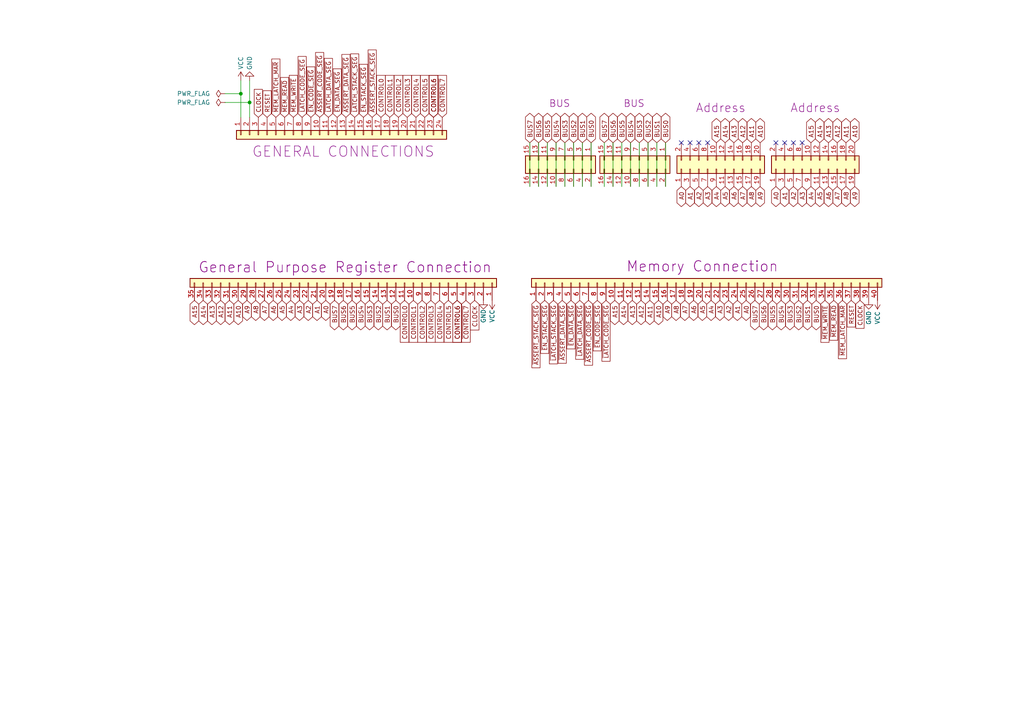
<source format=kicad_sch>
(kicad_sch (version 20211123) (generator eeschema)
  (paper "A4")
  (lib_symbols
    (symbol "Connector_Generic:Conn_01x24" (pin_names (offset 1.016) hide)
      (property "Reference" "J" (at 0 30.48 0))
      (property "Value" "Conn_01x24" (at 0 -33.02 0))
      (symbol "Conn_01x24_1_1"
        (rectangle (start -1.27 -30.353) (end 0 -30.607) (stroke (width 0.1524)))
        (rectangle (start -1.27 -27.813) (end 0 -28.067) (stroke (width 0.1524)))
        (rectangle (start -1.27 -25.273) (end 0 -25.527) (stroke (width 0.1524)))
        (rectangle (start -1.27 -22.733) (end 0 -22.987) (stroke (width 0.1524)))
        (rectangle (start -1.27 -20.193) (end 0 -20.447) (stroke (width 0.1524)))
        (rectangle (start -1.27 -17.653) (end 0 -17.907) (stroke (width 0.1524)))
        (rectangle (start -1.27 -15.113) (end 0 -15.367) (stroke (width 0.1524)))
        (rectangle (start -1.27 -12.573) (end 0 -12.827) (stroke (width 0.1524)))
        (rectangle (start -1.27 -10.033) (end 0 -10.287) (stroke (width 0.1524)))
        (rectangle (start -1.27 -7.493) (end 0 -7.747) (stroke (width 0.1524)))
        (rectangle (start -1.27 -4.953) (end 0 -5.207) (stroke (width 0.1524)))
        (rectangle (start -1.27 -2.413) (end 0 -2.667) (stroke (width 0.1524)))
        (rectangle (start -1.27 0.127) (end 0 -0.127) (stroke (width 0.1524)))
        (rectangle (start -1.27 2.667) (end 0 2.413) (stroke (width 0.1524)))
        (rectangle (start -1.27 5.207) (end 0 4.953) (stroke (width 0.1524)))
        (rectangle (start -1.27 7.747) (end 0 7.493) (stroke (width 0.1524)))
        (rectangle (start -1.27 10.287) (end 0 10.033) (stroke (width 0.1524)))
        (rectangle (start -1.27 12.827) (end 0 12.573) (stroke (width 0.1524)))
        (rectangle (start -1.27 15.367) (end 0 15.113) (stroke (width 0.1524)))
        (rectangle (start -1.27 17.907) (end 0 17.653) (stroke (width 0.1524)))
        (rectangle (start -1.27 20.447) (end 0 20.193) (stroke (width 0.1524)))
        (rectangle (start -1.27 22.987) (end 0 22.733) (stroke (width 0.1524)))
        (rectangle (start -1.27 25.527) (end 0 25.273) (stroke (width 0.1524)))
        (rectangle (start -1.27 28.067) (end 0 27.813) (stroke (width 0.1524)))
        (rectangle (start -1.27 29.21) (end 1.27 -31.75) (stroke (width 0.254)) (fill (type background)))
        (pin passive line (at -5.08 27.94 0) (length 3.81) (name "Pin_1") (number "1"))
        (pin passive line (at -5.08 5.08 0) (length 3.81) (name "Pin_10") (number "10"))
        (pin passive line (at -5.08 2.54 0) (length 3.81) (name "Pin_11") (number "11"))
        (pin passive line (at -5.08 0 0) (length 3.81) (name "Pin_12") (number "12"))
        (pin passive line (at -5.08 -2.54 0) (length 3.81) (name "Pin_13") (number "13"))
        (pin passive line (at -5.08 -5.08 0) (length 3.81) (name "Pin_14") (number "14"))
        (pin passive line (at -5.08 -7.62 0) (length 3.81) (name "Pin_15") (number "15"))
        (pin passive line (at -5.08 -10.16 0) (length 3.81) (name "Pin_16") (number "16"))
        (pin passive line (at -5.08 -12.7 0) (length 3.81) (name "Pin_17") (number "17"))
        (pin passive line (at -5.08 -15.24 0) (length 3.81) (name "Pin_18") (number "18"))
        (pin passive line (at -5.08 -17.78 0) (length 3.81) (name "Pin_19") (number "19"))
        (pin passive line (at -5.08 25.4 0) (length 3.81) (name "Pin_2") (number "2"))
        (pin passive line (at -5.08 -20.32 0) (length 3.81) (name "Pin_20") (number "20"))
        (pin passive line (at -5.08 -22.86 0) (length 3.81) (name "Pin_21") (number "21"))
        (pin passive line (at -5.08 -25.4 0) (length 3.81) (name "Pin_22") (number "22"))
        (pin passive line (at -5.08 -27.94 0) (length 3.81) (name "Pin_23") (number "23"))
        (pin passive line (at -5.08 -30.48 0) (length 3.81) (name "Pin_24") (number "24"))
        (pin passive line (at -5.08 22.86 0) (length 3.81) (name "Pin_3") (number "3"))
        (pin passive line (at -5.08 20.32 0) (length 3.81) (name "Pin_4") (number "4"))
        (pin passive line (at -5.08 17.78 0) (length 3.81) (name "Pin_5") (number "5"))
        (pin passive line (at -5.08 15.24 0) (length 3.81) (name "Pin_6") (number "6"))
        (pin passive line (at -5.08 12.7 0) (length 3.81) (name "Pin_7") (number "7"))
        (pin passive line (at -5.08 10.16 0) (length 3.81) (name "Pin_8") (number "8"))
        (pin passive line (at -5.08 7.62 0) (length 3.81) (name "Pin_9") (number "9"))
      )
    )
    (symbol "Connector_Generic:Conn_01x35" (pin_names (offset 1.016) hide)
      (property "Reference" "J" (at 0 45.72 0))
      (property "Value" "Conn_01x35" (at 0 -45.72 0))
      (symbol "Conn_01x35_1_1"
        (rectangle (start -1.27 -43.053) (end 0 -43.307) (stroke (width 0.1524)))
        (rectangle (start -1.27 -40.513) (end 0 -40.767) (stroke (width 0.1524)))
        (rectangle (start -1.27 -37.973) (end 0 -38.227) (stroke (width 0.1524)))
        (rectangle (start -1.27 -35.433) (end 0 -35.687) (stroke (width 0.1524)))
        (rectangle (start -1.27 -32.893) (end 0 -33.147) (stroke (width 0.1524)))
        (rectangle (start -1.27 -30.353) (end 0 -30.607) (stroke (width 0.1524)))
        (rectangle (start -1.27 -27.813) (end 0 -28.067) (stroke (width 0.1524)))
        (rectangle (start -1.27 -25.273) (end 0 -25.527) (stroke (width 0.1524)))
        (rectangle (start -1.27 -22.733) (end 0 -22.987) (stroke (width 0.1524)))
        (rectangle (start -1.27 -20.193) (end 0 -20.447) (stroke (width 0.1524)))
        (rectangle (start -1.27 -17.653) (end 0 -17.907) (stroke (width 0.1524)))
        (rectangle (start -1.27 -15.113) (end 0 -15.367) (stroke (width 0.1524)))
        (rectangle (start -1.27 -12.573) (end 0 -12.827) (stroke (width 0.1524)))
        (rectangle (start -1.27 -10.033) (end 0 -10.287) (stroke (width 0.1524)))
        (rectangle (start -1.27 -7.493) (end 0 -7.747) (stroke (width 0.1524)))
        (rectangle (start -1.27 -4.953) (end 0 -5.207) (stroke (width 0.1524)))
        (rectangle (start -1.27 -2.413) (end 0 -2.667) (stroke (width 0.1524)))
        (rectangle (start -1.27 0.127) (end 0 -0.127) (stroke (width 0.1524)))
        (rectangle (start -1.27 2.667) (end 0 2.413) (stroke (width 0.1524)))
        (rectangle (start -1.27 5.207) (end 0 4.953) (stroke (width 0.1524)))
        (rectangle (start -1.27 7.747) (end 0 7.493) (stroke (width 0.1524)))
        (rectangle (start -1.27 10.287) (end 0 10.033) (stroke (width 0.1524)))
        (rectangle (start -1.27 12.827) (end 0 12.573) (stroke (width 0.1524)))
        (rectangle (start -1.27 15.367) (end 0 15.113) (stroke (width 0.1524)))
        (rectangle (start -1.27 17.907) (end 0 17.653) (stroke (width 0.1524)))
        (rectangle (start -1.27 20.447) (end 0 20.193) (stroke (width 0.1524)))
        (rectangle (start -1.27 22.987) (end 0 22.733) (stroke (width 0.1524)))
        (rectangle (start -1.27 25.527) (end 0 25.273) (stroke (width 0.1524)))
        (rectangle (start -1.27 28.067) (end 0 27.813) (stroke (width 0.1524)))
        (rectangle (start -1.27 30.607) (end 0 30.353) (stroke (width 0.1524)))
        (rectangle (start -1.27 33.147) (end 0 32.893) (stroke (width 0.1524)))
        (rectangle (start -1.27 35.687) (end 0 35.433) (stroke (width 0.1524)))
        (rectangle (start -1.27 38.227) (end 0 37.973) (stroke (width 0.1524)))
        (rectangle (start -1.27 40.767) (end 0 40.513) (stroke (width 0.1524)))
        (rectangle (start -1.27 43.307) (end 0 43.053) (stroke (width 0.1524)))
        (rectangle (start -1.27 44.45) (end 1.27 -44.45) (stroke (width 0.254)) (fill (type background)))
        (pin passive line (at -5.08 43.18 0) (length 3.81) (name "Pin_1") (number "1"))
        (pin passive line (at -5.08 20.32 0) (length 3.81) (name "Pin_10") (number "10"))
        (pin passive line (at -5.08 17.78 0) (length 3.81) (name "Pin_11") (number "11"))
        (pin passive line (at -5.08 15.24 0) (length 3.81) (name "Pin_12") (number "12"))
        (pin passive line (at -5.08 12.7 0) (length 3.81) (name "Pin_13") (number "13"))
        (pin passive line (at -5.08 10.16 0) (length 3.81) (name "Pin_14") (number "14"))
        (pin passive line (at -5.08 7.62 0) (length 3.81) (name "Pin_15") (number "15"))
        (pin passive line (at -5.08 5.08 0) (length 3.81) (name "Pin_16") (number "16"))
        (pin passive line (at -5.08 2.54 0) (length 3.81) (name "Pin_17") (number "17"))
        (pin passive line (at -5.08 0 0) (length 3.81) (name "Pin_18") (number "18"))
        (pin passive line (at -5.08 -2.54 0) (length 3.81) (name "Pin_19") (number "19"))
        (pin passive line (at -5.08 40.64 0) (length 3.81) (name "Pin_2") (number "2"))
        (pin passive line (at -5.08 -5.08 0) (length 3.81) (name "Pin_20") (number "20"))
        (pin passive line (at -5.08 -7.62 0) (length 3.81) (name "Pin_21") (number "21"))
        (pin passive line (at -5.08 -10.16 0) (length 3.81) (name "Pin_22") (number "22"))
        (pin passive line (at -5.08 -12.7 0) (length 3.81) (name "Pin_23") (number "23"))
        (pin passive line (at -5.08 -15.24 0) (length 3.81) (name "Pin_24") (number "24"))
        (pin passive line (at -5.08 -17.78 0) (length 3.81) (name "Pin_25") (number "25"))
        (pin passive line (at -5.08 -20.32 0) (length 3.81) (name "Pin_26") (number "26"))
        (pin passive line (at -5.08 -22.86 0) (length 3.81) (name "Pin_27") (number "27"))
        (pin passive line (at -5.08 -25.4 0) (length 3.81) (name "Pin_28") (number "28"))
        (pin passive line (at -5.08 -27.94 0) (length 3.81) (name "Pin_29") (number "29"))
        (pin passive line (at -5.08 38.1 0) (length 3.81) (name "Pin_3") (number "3"))
        (pin passive line (at -5.08 -30.48 0) (length 3.81) (name "Pin_30") (number "30"))
        (pin passive line (at -5.08 -33.02 0) (length 3.81) (name "Pin_31") (number "31"))
        (pin passive line (at -5.08 -35.56 0) (length 3.81) (name "Pin_32") (number "32"))
        (pin passive line (at -5.08 -38.1 0) (length 3.81) (name "Pin_33") (number "33"))
        (pin passive line (at -5.08 -40.64 0) (length 3.81) (name "Pin_34") (number "34"))
        (pin passive line (at -5.08 -43.18 0) (length 3.81) (name "Pin_35") (number "35"))
        (pin passive line (at -5.08 35.56 0) (length 3.81) (name "Pin_4") (number "4"))
        (pin passive line (at -5.08 33.02 0) (length 3.81) (name "Pin_5") (number "5"))
        (pin passive line (at -5.08 30.48 0) (length 3.81) (name "Pin_6") (number "6"))
        (pin passive line (at -5.08 27.94 0) (length 3.81) (name "Pin_7") (number "7"))
        (pin passive line (at -5.08 25.4 0) (length 3.81) (name "Pin_8") (number "8"))
        (pin passive line (at -5.08 22.86 0) (length 3.81) (name "Pin_9") (number "9"))
      )
    )
    (symbol "Connector_Generic:Conn_01x40" (pin_names (offset 1.016) hide)
      (property "Reference" "J" (at 0 50.8 0))
      (property "Value" "Conn_01x40" (at 0 -53.34 0))
      (symbol "Conn_01x40_1_1"
        (rectangle (start -1.27 -50.673) (end 0 -50.927) (stroke (width 0.1524)))
        (rectangle (start -1.27 -48.133) (end 0 -48.387) (stroke (width 0.1524)))
        (rectangle (start -1.27 -45.593) (end 0 -45.847) (stroke (width 0.1524)))
        (rectangle (start -1.27 -43.053) (end 0 -43.307) (stroke (width 0.1524)))
        (rectangle (start -1.27 -40.513) (end 0 -40.767) (stroke (width 0.1524)))
        (rectangle (start -1.27 -37.973) (end 0 -38.227) (stroke (width 0.1524)))
        (rectangle (start -1.27 -35.433) (end 0 -35.687) (stroke (width 0.1524)))
        (rectangle (start -1.27 -32.893) (end 0 -33.147) (stroke (width 0.1524)))
        (rectangle (start -1.27 -30.353) (end 0 -30.607) (stroke (width 0.1524)))
        (rectangle (start -1.27 -27.813) (end 0 -28.067) (stroke (width 0.1524)))
        (rectangle (start -1.27 -25.273) (end 0 -25.527) (stroke (width 0.1524)))
        (rectangle (start -1.27 -22.733) (end 0 -22.987) (stroke (width 0.1524)))
        (rectangle (start -1.27 -20.193) (end 0 -20.447) (stroke (width 0.1524)))
        (rectangle (start -1.27 -17.653) (end 0 -17.907) (stroke (width 0.1524)))
        (rectangle (start -1.27 -15.113) (end 0 -15.367) (stroke (width 0.1524)))
        (rectangle (start -1.27 -12.573) (end 0 -12.827) (stroke (width 0.1524)))
        (rectangle (start -1.27 -10.033) (end 0 -10.287) (stroke (width 0.1524)))
        (rectangle (start -1.27 -7.493) (end 0 -7.747) (stroke (width 0.1524)))
        (rectangle (start -1.27 -4.953) (end 0 -5.207) (stroke (width 0.1524)))
        (rectangle (start -1.27 -2.413) (end 0 -2.667) (stroke (width 0.1524)))
        (rectangle (start -1.27 0.127) (end 0 -0.127) (stroke (width 0.1524)))
        (rectangle (start -1.27 2.667) (end 0 2.413) (stroke (width 0.1524)))
        (rectangle (start -1.27 5.207) (end 0 4.953) (stroke (width 0.1524)))
        (rectangle (start -1.27 7.747) (end 0 7.493) (stroke (width 0.1524)))
        (rectangle (start -1.27 10.287) (end 0 10.033) (stroke (width 0.1524)))
        (rectangle (start -1.27 12.827) (end 0 12.573) (stroke (width 0.1524)))
        (rectangle (start -1.27 15.367) (end 0 15.113) (stroke (width 0.1524)))
        (rectangle (start -1.27 17.907) (end 0 17.653) (stroke (width 0.1524)))
        (rectangle (start -1.27 20.447) (end 0 20.193) (stroke (width 0.1524)))
        (rectangle (start -1.27 22.987) (end 0 22.733) (stroke (width 0.1524)))
        (rectangle (start -1.27 25.527) (end 0 25.273) (stroke (width 0.1524)))
        (rectangle (start -1.27 28.067) (end 0 27.813) (stroke (width 0.1524)))
        (rectangle (start -1.27 30.607) (end 0 30.353) (stroke (width 0.1524)))
        (rectangle (start -1.27 33.147) (end 0 32.893) (stroke (width 0.1524)))
        (rectangle (start -1.27 35.687) (end 0 35.433) (stroke (width 0.1524)))
        (rectangle (start -1.27 38.227) (end 0 37.973) (stroke (width 0.1524)))
        (rectangle (start -1.27 40.767) (end 0 40.513) (stroke (width 0.1524)))
        (rectangle (start -1.27 43.307) (end 0 43.053) (stroke (width 0.1524)))
        (rectangle (start -1.27 45.847) (end 0 45.593) (stroke (width 0.1524)))
        (rectangle (start -1.27 48.387) (end 0 48.133) (stroke (width 0.1524)))
        (rectangle (start -1.27 49.53) (end 1.27 -52.07) (stroke (width 0.254)) (fill (type background)))
        (pin passive line (at -5.08 48.26 0) (length 3.81) (name "Pin_1") (number "1"))
        (pin passive line (at -5.08 25.4 0) (length 3.81) (name "Pin_10") (number "10"))
        (pin passive line (at -5.08 22.86 0) (length 3.81) (name "Pin_11") (number "11"))
        (pin passive line (at -5.08 20.32 0) (length 3.81) (name "Pin_12") (number "12"))
        (pin passive line (at -5.08 17.78 0) (length 3.81) (name "Pin_13") (number "13"))
        (pin passive line (at -5.08 15.24 0) (length 3.81) (name "Pin_14") (number "14"))
        (pin passive line (at -5.08 12.7 0) (length 3.81) (name "Pin_15") (number "15"))
        (pin passive line (at -5.08 10.16 0) (length 3.81) (name "Pin_16") (number "16"))
        (pin passive line (at -5.08 7.62 0) (length 3.81) (name "Pin_17") (number "17"))
        (pin passive line (at -5.08 5.08 0) (length 3.81) (name "Pin_18") (number "18"))
        (pin passive line (at -5.08 2.54 0) (length 3.81) (name "Pin_19") (number "19"))
        (pin passive line (at -5.08 45.72 0) (length 3.81) (name "Pin_2") (number "2"))
        (pin passive line (at -5.08 0 0) (length 3.81) (name "Pin_20") (number "20"))
        (pin passive line (at -5.08 -2.54 0) (length 3.81) (name "Pin_21") (number "21"))
        (pin passive line (at -5.08 -5.08 0) (length 3.81) (name "Pin_22") (number "22"))
        (pin passive line (at -5.08 -7.62 0) (length 3.81) (name "Pin_23") (number "23"))
        (pin passive line (at -5.08 -10.16 0) (length 3.81) (name "Pin_24") (number "24"))
        (pin passive line (at -5.08 -12.7 0) (length 3.81) (name "Pin_25") (number "25"))
        (pin passive line (at -5.08 -15.24 0) (length 3.81) (name "Pin_26") (number "26"))
        (pin passive line (at -5.08 -17.78 0) (length 3.81) (name "Pin_27") (number "27"))
        (pin passive line (at -5.08 -20.32 0) (length 3.81) (name "Pin_28") (number "28"))
        (pin passive line (at -5.08 -22.86 0) (length 3.81) (name "Pin_29") (number "29"))
        (pin passive line (at -5.08 43.18 0) (length 3.81) (name "Pin_3") (number "3"))
        (pin passive line (at -5.08 -25.4 0) (length 3.81) (name "Pin_30") (number "30"))
        (pin passive line (at -5.08 -27.94 0) (length 3.81) (name "Pin_31") (number "31"))
        (pin passive line (at -5.08 -30.48 0) (length 3.81) (name "Pin_32") (number "32"))
        (pin passive line (at -5.08 -33.02 0) (length 3.81) (name "Pin_33") (number "33"))
        (pin passive line (at -5.08 -35.56 0) (length 3.81) (name "Pin_34") (number "34"))
        (pin passive line (at -5.08 -38.1 0) (length 3.81) (name "Pin_35") (number "35"))
        (pin passive line (at -5.08 -40.64 0) (length 3.81) (name "Pin_36") (number "36"))
        (pin passive line (at -5.08 -43.18 0) (length 3.81) (name "Pin_37") (number "37"))
        (pin passive line (at -5.08 -45.72 0) (length 3.81) (name "Pin_38") (number "38"))
        (pin passive line (at -5.08 -48.26 0) (length 3.81) (name "Pin_39") (number "39"))
        (pin passive line (at -5.08 40.64 0) (length 3.81) (name "Pin_4") (number "4"))
        (pin passive line (at -5.08 -50.8 0) (length 3.81) (name "Pin_40") (number "40"))
        (pin passive line (at -5.08 38.1 0) (length 3.81) (name "Pin_5") (number "5"))
        (pin passive line (at -5.08 35.56 0) (length 3.81) (name "Pin_6") (number "6"))
        (pin passive line (at -5.08 33.02 0) (length 3.81) (name "Pin_7") (number "7"))
        (pin passive line (at -5.08 30.48 0) (length 3.81) (name "Pin_8") (number "8"))
        (pin passive line (at -5.08 27.94 0) (length 3.81) (name "Pin_9") (number "9"))
      )
    )
    (symbol "Connector_Generic:Conn_02x08_Odd_Even" (pin_names (offset 1.016) hide)
      (property "Reference" "J" (at 1.27 10.16 0))
      (property "Value" "Conn_02x08_Odd_Even" (at 1.27 -12.7 0))
      (symbol "Conn_02x08_Odd_Even_1_1"
        (rectangle (start -1.27 -10.033) (end 0 -10.287) (stroke (width 0.1524)))
        (rectangle (start -1.27 -7.493) (end 0 -7.747) (stroke (width 0.1524)))
        (rectangle (start -1.27 -4.953) (end 0 -5.207) (stroke (width 0.1524)))
        (rectangle (start -1.27 -2.413) (end 0 -2.667) (stroke (width 0.1524)))
        (rectangle (start -1.27 0.127) (end 0 -0.127) (stroke (width 0.1524)))
        (rectangle (start -1.27 2.667) (end 0 2.413) (stroke (width 0.1524)))
        (rectangle (start -1.27 5.207) (end 0 4.953) (stroke (width 0.1524)))
        (rectangle (start -1.27 7.747) (end 0 7.493) (stroke (width 0.1524)))
        (rectangle (start -1.27 8.89) (end 3.81 -11.43) (stroke (width 0.254)) (fill (type background)))
        (rectangle (start 3.81 -10.033) (end 2.54 -10.287) (stroke (width 0.1524)))
        (rectangle (start 3.81 -7.493) (end 2.54 -7.747) (stroke (width 0.1524)))
        (rectangle (start 3.81 -4.953) (end 2.54 -5.207) (stroke (width 0.1524)))
        (rectangle (start 3.81 -2.413) (end 2.54 -2.667) (stroke (width 0.1524)))
        (rectangle (start 3.81 0.127) (end 2.54 -0.127) (stroke (width 0.1524)))
        (rectangle (start 3.81 2.667) (end 2.54 2.413) (stroke (width 0.1524)))
        (rectangle (start 3.81 5.207) (end 2.54 4.953) (stroke (width 0.1524)))
        (rectangle (start 3.81 7.747) (end 2.54 7.493) (stroke (width 0.1524)))
        (pin passive line (at -5.08 7.62 0) (length 3.81) (name "Pin_1") (number "1"))
        (pin passive line (at 7.62 -2.54 180) (length 3.81) (name "Pin_10") (number "10"))
        (pin passive line (at -5.08 -5.08 0) (length 3.81) (name "Pin_11") (number "11"))
        (pin passive line (at 7.62 -5.08 180) (length 3.81) (name "Pin_12") (number "12"))
        (pin passive line (at -5.08 -7.62 0) (length 3.81) (name "Pin_13") (number "13"))
        (pin passive line (at 7.62 -7.62 180) (length 3.81) (name "Pin_14") (number "14"))
        (pin passive line (at -5.08 -10.16 0) (length 3.81) (name "Pin_15") (number "15"))
        (pin passive line (at 7.62 -10.16 180) (length 3.81) (name "Pin_16") (number "16"))
        (pin passive line (at 7.62 7.62 180) (length 3.81) (name "Pin_2") (number "2"))
        (pin passive line (at -5.08 5.08 0) (length 3.81) (name "Pin_3") (number "3"))
        (pin passive line (at 7.62 5.08 180) (length 3.81) (name "Pin_4") (number "4"))
        (pin passive line (at -5.08 2.54 0) (length 3.81) (name "Pin_5") (number "5"))
        (pin passive line (at 7.62 2.54 180) (length 3.81) (name "Pin_6") (number "6"))
        (pin passive line (at -5.08 0 0) (length 3.81) (name "Pin_7") (number "7"))
        (pin passive line (at 7.62 0 180) (length 3.81) (name "Pin_8") (number "8"))
        (pin passive line (at -5.08 -2.54 0) (length 3.81) (name "Pin_9") (number "9"))
      )
    )
    (symbol "Connector_Generic:Conn_02x10_Odd_Even" (pin_names (offset 1.016) hide)
      (property "Reference" "J" (at 1.27 12.7 0))
      (property "Value" "Conn_02x10_Odd_Even" (at 1.27 -15.24 0))
      (symbol "Conn_02x10_Odd_Even_1_1"
        (rectangle (start -1.27 -12.573) (end 0 -12.827) (stroke (width 0.1524)))
        (rectangle (start -1.27 -10.033) (end 0 -10.287) (stroke (width 0.1524)))
        (rectangle (start -1.27 -7.493) (end 0 -7.747) (stroke (width 0.1524)))
        (rectangle (start -1.27 -4.953) (end 0 -5.207) (stroke (width 0.1524)))
        (rectangle (start -1.27 -2.413) (end 0 -2.667) (stroke (width 0.1524)))
        (rectangle (start -1.27 0.127) (end 0 -0.127) (stroke (width 0.1524)))
        (rectangle (start -1.27 2.667) (end 0 2.413) (stroke (width 0.1524)))
        (rectangle (start -1.27 5.207) (end 0 4.953) (stroke (width 0.1524)))
        (rectangle (start -1.27 7.747) (end 0 7.493) (stroke (width 0.1524)))
        (rectangle (start -1.27 10.287) (end 0 10.033) (stroke (width 0.1524)))
        (rectangle (start -1.27 11.43) (end 3.81 -13.97) (stroke (width 0.254)) (fill (type background)))
        (rectangle (start 3.81 -12.573) (end 2.54 -12.827) (stroke (width 0.1524)))
        (rectangle (start 3.81 -10.033) (end 2.54 -10.287) (stroke (width 0.1524)))
        (rectangle (start 3.81 -7.493) (end 2.54 -7.747) (stroke (width 0.1524)))
        (rectangle (start 3.81 -4.953) (end 2.54 -5.207) (stroke (width 0.1524)))
        (rectangle (start 3.81 -2.413) (end 2.54 -2.667) (stroke (width 0.1524)))
        (rectangle (start 3.81 0.127) (end 2.54 -0.127) (stroke (width 0.1524)))
        (rectangle (start 3.81 2.667) (end 2.54 2.413) (stroke (width 0.1524)))
        (rectangle (start 3.81 5.207) (end 2.54 4.953) (stroke (width 0.1524)))
        (rectangle (start 3.81 7.747) (end 2.54 7.493) (stroke (width 0.1524)))
        (rectangle (start 3.81 10.287) (end 2.54 10.033) (stroke (width 0.1524)))
        (pin passive line (at -5.08 10.16 0) (length 3.81) (name "Pin_1") (number "1"))
        (pin passive line (at 7.62 0 180) (length 3.81) (name "Pin_10") (number "10"))
        (pin passive line (at -5.08 -2.54 0) (length 3.81) (name "Pin_11") (number "11"))
        (pin passive line (at 7.62 -2.54 180) (length 3.81) (name "Pin_12") (number "12"))
        (pin passive line (at -5.08 -5.08 0) (length 3.81) (name "Pin_13") (number "13"))
        (pin passive line (at 7.62 -5.08 180) (length 3.81) (name "Pin_14") (number "14"))
        (pin passive line (at -5.08 -7.62 0) (length 3.81) (name "Pin_15") (number "15"))
        (pin passive line (at 7.62 -7.62 180) (length 3.81) (name "Pin_16") (number "16"))
        (pin passive line (at -5.08 -10.16 0) (length 3.81) (name "Pin_17") (number "17"))
        (pin passive line (at 7.62 -10.16 180) (length 3.81) (name "Pin_18") (number "18"))
        (pin passive line (at -5.08 -12.7 0) (length 3.81) (name "Pin_19") (number "19"))
        (pin passive line (at 7.62 10.16 180) (length 3.81) (name "Pin_2") (number "2"))
        (pin passive line (at 7.62 -12.7 180) (length 3.81) (name "Pin_20") (number "20"))
        (pin passive line (at -5.08 7.62 0) (length 3.81) (name "Pin_3") (number "3"))
        (pin passive line (at 7.62 7.62 180) (length 3.81) (name "Pin_4") (number "4"))
        (pin passive line (at -5.08 5.08 0) (length 3.81) (name "Pin_5") (number "5"))
        (pin passive line (at 7.62 5.08 180) (length 3.81) (name "Pin_6") (number "6"))
        (pin passive line (at -5.08 2.54 0) (length 3.81) (name "Pin_7") (number "7"))
        (pin passive line (at 7.62 2.54 180) (length 3.81) (name "Pin_8") (number "8"))
        (pin passive line (at -5.08 0 0) (length 3.81) (name "Pin_9") (number "9"))
      )
    )
    (symbol "power:GND" (power) (pin_names (offset 0))
      (property "Value" "GND" (at 0 -3.81 0))
      (symbol "GND_0_1"
        (polyline (pts (xy 0 0) (xy 0 -1.27) (xy 1.27 -1.27) (xy 0 -2.54) (xy -1.27 -1.27) (xy 0 -1.27)))
      )
      (symbol "GND_1_1"
        (pin power_in line (at 0 0 270) (length 0) hide (name "GND") (number "1"))
      )
    )
    (symbol "power:PWR_FLAG" (power) (pin_numbers hide) (pin_names (offset 0) hide)
      (property "Value" "PWR_FLAG" (at 0 3.81 0))
      (symbol "PWR_FLAG_0_0"
        (pin power_out line (at 0 0 90) (length 0) (name "pwr") (number "1"))
      )
      (symbol "PWR_FLAG_0_1"
        (polyline (pts (xy 0 0) (xy 0 1.27) (xy -1.016 1.905) (xy 0 2.54) (xy 1.016 1.905) (xy 0 1.27)))
      )
    )
    (symbol "power:VCC" (power) (pin_names (offset 0))
      (property "Value" "VCC" (at 0 3.81 0))
      (symbol "VCC_0_1"
        (polyline (pts (xy -0.762 1.27) (xy 0 2.54)))
        (polyline (pts (xy 0 0) (xy 0 2.54)))
        (polyline (pts (xy 0 2.54) (xy 0.762 1.27)))
      )
      (symbol "VCC_1_1"
        (pin power_in line (at 0 0 90) (length 0) hide (name "VCC") (number "1"))
      )
    )
  )
  (junction (at 72.39 29.718))
  (junction (at 69.85 27.178))
  (no_connect (at 230.124 41.402))
  (no_connect (at 205.232 41.402))
  (no_connect (at 202.692 41.402))
  (no_connect (at 200.152 41.402))
  (no_connect (at 197.612 41.402))
  (no_connect (at 232.664 41.402))
  (no_connect (at 225.044 41.402))
  (no_connect (at 227.584 41.402))
  (wire (pts (xy 72.39 23.368) (xy 72.39 29.718)))
  (wire (pts (xy 190.5 41.402) (xy 190.5 54.102)))
  (wire (pts (xy 69.85 27.178) (xy 69.85 34.036)))
  (wire (pts (xy 168.91 41.402) (xy 168.91 54.102)))
  (wire (pts (xy 163.83 41.402) (xy 163.83 54.102)))
  (wire (pts (xy 161.29 41.402) (xy 161.29 54.102)))
  (wire (pts (xy 180.34 41.402) (xy 180.34 54.102)))
  (wire (pts (xy 171.45 41.402) (xy 171.45 54.102)))
  (wire (pts (xy 187.96 41.402) (xy 187.96 54.102)))
  (wire (pts (xy 65.278 27.178) (xy 69.85 27.178)))
  (wire (pts (xy 72.39 29.718) (xy 72.39 34.036)))
  (wire (pts (xy 158.75 41.402) (xy 158.75 54.102)))
  (wire (pts (xy 153.67 41.402) (xy 153.67 54.102)))
  (wire (pts (xy 185.42 41.402) (xy 185.42 54.102)))
  (wire (pts (xy 182.88 41.402) (xy 182.88 54.102)))
  (wire (pts (xy 175.26 41.402) (xy 175.26 54.102)))
  (wire (pts (xy 69.85 23.368) (xy 69.85 27.178)))
  (wire (pts (xy 177.8 41.402) (xy 177.8 54.102)))
  (wire (pts (xy 193.04 41.402) (xy 193.04 54.102)))
  (wire (pts (xy 65.278 29.718) (xy 72.39 29.718)))
  (wire (pts (xy 156.21 41.402) (xy 156.21 54.102)))
  (wire (pts (xy 166.37 41.402) (xy 166.37 54.102)))
  (global_label "A4" (shape tri_state) (at 206.248 87.122 270) (property "Intersheet References" "${INTERSHEET_REFS}" (effects hide)))
  (global_label "A14" (shape tri_state) (at 210.312 41.402 90) (property "Intersheet References" "${INTERSHEET_REFS}" (effects hide)))
  (global_label "~{EN_CODE_SEG}" (shape input) (at 90.17 34.036 90) (effects (font (size 1.2 1.2))) (property "Intersheet References" "${INTERSHEET_REFS}" (effects hide)))
  (global_label "BUS3" (shape tri_state) (at 185.42 41.402 90) (property "Intersheet References" "${INTERSHEET_REFS}" (effects hide)))
  (global_label "~{ASSERT_STACK_SEG}" (shape input) (at 155.448 87.122 270) (effects (font (size 1.2 1.2))) (property "Intersheet References" "${INTERSHEET_REFS}" (effects hide)))
  (global_label "A15" (shape tri_state) (at 235.204 41.402 90) (property "Intersheet References" "${INTERSHEET_REFS}" (effects hide)))
  (global_label "A7" (shape tri_state) (at 215.392 54.102 270) (property "Intersheet References" "${INTERSHEET_REFS}" (effects hide)))
  (global_label "A5" (shape tri_state) (at 210.312 54.102 270) (property "Intersheet References" "${INTERSHEET_REFS}" (effects hide)))
  (global_label "~{LATCH_STACK_SEG}" (shape input) (at 102.87 34.036 90) (effects (font (size 1.2 1.2))) (property "Intersheet References" "${INTERSHEET_REFS}" (effects hide)))
  (global_label "BUS5" (shape tri_state) (at 180.34 41.402 90) (property "Intersheet References" "${INTERSHEET_REFS}" (effects hide)))
  (global_label "CONTROL2" (shape input) (at 115.57 34.036 90) (property "Intersheet References" "${INTERSHEET_REFS}" (effects hide)))
  (global_label "A5" (shape tri_state) (at 203.708 87.122 270) (property "Intersheet References" "${INTERSHEET_REFS}" (effects hide)))
  (global_label "A15" (shape tri_state) (at 178.308 87.122 270) (property "Intersheet References" "${INTERSHEET_REFS}" (effects hide)))
  (global_label "A7" (shape tri_state) (at 76.708 87.122 270) (property "Intersheet References" "${INTERSHEET_REFS}" (effects hide)))
  (global_label "~{ASSERT_STACK_SEG}" (shape input) (at 107.95 34.036 90) (effects (font (size 1.2 1.2))) (property "Intersheet References" "${INTERSHEET_REFS}" (effects hide)))
  (global_label "A6" (shape tri_state) (at 79.248 87.122 270) (property "Intersheet References" "${INTERSHEET_REFS}" (effects hide)))
  (global_label "~{LATCH_DATA_SEG}" (shape input) (at 168.148 87.122 270) (effects (font (size 1.2 1.2))) (property "Intersheet References" "${INTERSHEET_REFS}" (effects hide)))
  (global_label "~{EN_STACK_SEG}" (shape input) (at 105.41 34.036 90) (effects (font (size 1.2 1.2))) (property "Intersheet References" "${INTERSHEET_REFS}" (effects hide)))
  (global_label "CONTROL6" (shape input) (at 125.73 34.036 90) (property "Intersheet References" "${INTERSHEET_REFS}" (effects hide)))
  (global_label "A8" (shape tri_state) (at 74.168 87.122 270) (property "Intersheet References" "${INTERSHEET_REFS}" (effects hide)))
  (global_label "BUS1" (shape tri_state) (at 168.91 41.402 90) (property "Intersheet References" "${INTERSHEET_REFS}" (effects hide)))
  (global_label "~{LATCH_DATA_SEG}" (shape input) (at 95.25 34.036 90) (effects (font (size 1.2 1.2))) (property "Intersheet References" "${INTERSHEET_REFS}" (effects hide)))
  (global_label "A0" (shape tri_state) (at 216.408 87.122 270) (property "Intersheet References" "${INTERSHEET_REFS}" (effects hide)))
  (global_label "A10" (shape tri_state) (at 247.904 41.402 90) (property "Intersheet References" "${INTERSHEET_REFS}" (effects hide)))
  (global_label "CONTROL2" (shape input) (at 122.428 87.122 270) (property "Intersheet References" "${INTERSHEET_REFS}" (effects hide)))
  (global_label "CONTROL6" (shape input) (at 132.588 87.122 270) (property "Intersheet References" "${INTERSHEET_REFS}" (effects hide)))
  (global_label "A2" (shape tri_state) (at 89.408 87.122 270) (property "Intersheet References" "${INTERSHEET_REFS}" (effects hide)))
  (global_label "BUS4" (shape tri_state) (at 161.29 41.402 90) (property "Intersheet References" "${INTERSHEET_REFS}" (effects hide)))
  (global_label "A11" (shape tri_state) (at 217.932 41.402 90) (property "Intersheet References" "${INTERSHEET_REFS}" (effects hide)))
  (global_label "RESET" (shape input) (at 77.47 34.036 90) (effects (font (size 1.2 1.2))) (property "Intersheet References" "${INTERSHEET_REFS}" (effects hide)))
  (global_label "CONTROL0" (shape input) (at 110.49 34.036 90) (property "Intersheet References" "${INTERSHEET_REFS}" (effects hide)))
  (global_label "A3" (shape tri_state) (at 205.232 54.102 270) (property "Intersheet References" "${INTERSHEET_REFS}" (effects hide)))
  (global_label "BUS2" (shape tri_state) (at 166.37 41.402 90) (property "Intersheet References" "${INTERSHEET_REFS}" (effects hide)))
  (global_label "A14" (shape tri_state) (at 180.848 87.122 270) (property "Intersheet References" "${INTERSHEET_REFS}" (effects hide)))
  (global_label "~{LATCH_CODE_SEG}" (shape input) (at 175.768 87.122 270) (effects (font (size 1.2 1.2))) (property "Intersheet References" "${INTERSHEET_REFS}" (effects hide)))
  (global_label "A3" (shape tri_state) (at 86.868 87.122 270) (property "Intersheet References" "${INTERSHEET_REFS}" (effects hide)))
  (global_label "~{MEM_LATCH_MAR}" (shape input) (at 80.01 34.036 90) (effects (font (size 1.2 1.2))) (property "Intersheet References" "${INTERSHEET_REFS}" (effects hide)))
  (global_label "A0" (shape tri_state) (at 197.612 54.102 270) (property "Intersheet References" "${INTERSHEET_REFS}" (effects hide)))
  (global_label "A1" (shape tri_state) (at 91.948 87.122 270) (property "Intersheet References" "${INTERSHEET_REFS}" (effects hide)))
  (global_label "~{MEM_WRITE}" (shape input) (at 239.268 87.122 270) (effects (font (size 1.2 1.2))) (property "Intersheet References" "${INTERSHEET_REFS}" (effects hide)))
  (global_label "CLOCK" (shape input) (at 249.428 87.122 270) (effects (font (size 1.2 1.2))) (property "Intersheet References" "${INTERSHEET_REFS}" (effects hide)))
  (global_label "A13" (shape tri_state) (at 61.468 87.122 270) (property "Intersheet References" "${INTERSHEET_REFS}" (effects hide)))
  (global_label "A6" (shape tri_state) (at 212.852 54.102 270) (property "Intersheet References" "${INTERSHEET_REFS}" (effects hide)))
  (global_label "~{CONTROL7}" (shape input) (at 128.27 34.036 90) (property "Intersheet References" "${INTERSHEET_REFS}" (effects hide)))
  (global_label "A1" (shape tri_state) (at 227.584 54.102 270) (property "Intersheet References" "${INTERSHEET_REFS}" (effects hide)))
  (global_label "A2" (shape tri_state) (at 202.692 54.102 270) (property "Intersheet References" "${INTERSHEET_REFS}" (effects hide)))
  (global_label "BUS2" (shape tri_state) (at 231.648 87.122 270) (property "Intersheet References" "${INTERSHEET_REFS}" (effects hide)))
  (global_label "BUS0" (shape tri_state) (at 193.04 41.402 90) (property "Intersheet References" "${INTERSHEET_REFS}" (effects hide)))
  (global_label "CONTROL6" (shape input) (at 132.588 87.122 270) (property "Intersheet References" "${INTERSHEET_REFS}" (effects hide)))
  (global_label "CONTROL4" (shape input) (at 120.65 34.036 90) (property "Intersheet References" "${INTERSHEET_REFS}" (effects hide)))
  (global_label "BUS3" (shape tri_state) (at 229.108 87.122 270) (property "Intersheet References" "${INTERSHEET_REFS}" (effects hide)))
  (global_label "BUS7" (shape tri_state) (at 218.948 87.122 270) (property "Intersheet References" "${INTERSHEET_REFS}" (effects hide)))
  (global_label "A4" (shape tri_state) (at 207.772 54.102 270) (property "Intersheet References" "${INTERSHEET_REFS}" (effects hide)))
  (global_label "CONTROL6" (shape input) (at 125.73 34.036 90) (property "Intersheet References" "${INTERSHEET_REFS}" (effects hide)))
  (global_label "A6" (shape tri_state) (at 240.284 54.102 270) (property "Intersheet References" "${INTERSHEET_REFS}" (effects hide)))
  (global_label "~{ASSERT_DATA_SEG}" (shape input) (at 163.068 87.122 270) (effects (font (size 1.2 1.2))) (property "Intersheet References" "${INTERSHEET_REFS}" (effects hide)))
  (global_label "A10" (shape tri_state) (at 69.088 87.122 270) (property "Intersheet References" "${INTERSHEET_REFS}" (effects hide)))
  (global_label "CONTROL5" (shape input) (at 130.048 87.122 270) (property "Intersheet References" "${INTERSHEET_REFS}" (effects hide)))
  (global_label "BUS1" (shape tri_state) (at 190.5 41.402 90) (property "Intersheet References" "${INTERSHEET_REFS}" (effects hide)))
  (global_label "A9" (shape tri_state) (at 193.548 87.122 270) (property "Intersheet References" "${INTERSHEET_REFS}" (effects hide)))
  (global_label "~{EN_DATA_SEG}" (shape input) (at 97.79 34.036 90) (effects (font (size 1.2 1.2))) (property "Intersheet References" "${INTERSHEET_REFS}" (effects hide)))
  (global_label "A11" (shape tri_state) (at 188.468 87.122 270) (property "Intersheet References" "${INTERSHEET_REFS}" (effects hide)))
  (global_label "BUS5" (shape tri_state) (at 158.75 41.402 90) (property "Intersheet References" "${INTERSHEET_REFS}" (effects hide)))
  (global_label "A1" (shape tri_state) (at 200.152 54.102 270) (property "Intersheet References" "${INTERSHEET_REFS}" (effects hide)))
  (global_label "A8" (shape tri_state) (at 217.932 54.102 270) (property "Intersheet References" "${INTERSHEET_REFS}" (effects hide)))
  (global_label "A4" (shape tri_state) (at 235.204 54.102 270) (property "Intersheet References" "${INTERSHEET_REFS}" (effects hide)))
  (global_label "A13" (shape tri_state) (at 212.852 41.402 90) (property "Intersheet References" "${INTERSHEET_REFS}" (effects hide)))
  (global_label "~{MEM_READ}" (shape input) (at 241.808 87.122 270) (effects (font (size 1.2 1.2))) (property "Intersheet References" "${INTERSHEET_REFS}" (effects hide)))
  (global_label "CONTROL3" (shape input) (at 124.968 87.122 270) (property "Intersheet References" "${INTERSHEET_REFS}" (effects hide)))
  (global_label "BUS7" (shape tri_state) (at 175.26 41.402 90) (property "Intersheet References" "${INTERSHEET_REFS}" (effects hide)))
  (global_label "A1" (shape tri_state) (at 213.868 87.122 270) (property "Intersheet References" "${INTERSHEET_REFS}" (effects hide)))
  (global_label "BUS3" (shape tri_state) (at 107.188 87.122 270) (property "Intersheet References" "${INTERSHEET_REFS}" (effects hide)))
  (global_label "A12" (shape tri_state) (at 215.392 41.402 90) (property "Intersheet References" "${INTERSHEET_REFS}" (effects hide)))
  (global_label "A13" (shape tri_state) (at 240.284 41.402 90) (property "Intersheet References" "${INTERSHEET_REFS}" (effects hide)))
  (global_label "CONTROL1" (shape input) (at 119.888 87.122 270) (property "Intersheet References" "${INTERSHEET_REFS}" (effects hide)))
  (global_label "~{CONTROL7}" (shape input) (at 135.128 87.122 270) (property "Intersheet References" "${INTERSHEET_REFS}" (effects hide)))
  (global_label "A11" (shape tri_state) (at 245.364 41.402 90) (property "Intersheet References" "${INTERSHEET_REFS}" (effects hide)))
  (global_label "A12" (shape tri_state) (at 242.824 41.402 90) (property "Intersheet References" "${INTERSHEET_REFS}" (effects hide)))
  (global_label "BUS1" (shape tri_state) (at 234.188 87.122 270) (property "Intersheet References" "${INTERSHEET_REFS}" (effects hide)))
  (global_label "BUS0" (shape tri_state) (at 114.808 87.122 270) (property "Intersheet References" "${INTERSHEET_REFS}" (effects hide)))
  (global_label "~{EN_DATA_SEG}" (shape input) (at 165.608 87.122 270) (effects (font (size 1.2 1.2))) (property "Intersheet References" "${INTERSHEET_REFS}" (effects hide)))
  (global_label "A10" (shape tri_state) (at 191.008 87.122 270) (property "Intersheet References" "${INTERSHEET_REFS}" (effects hide)))
  (global_label "BUS6" (shape tri_state) (at 99.568 87.122 270) (property "Intersheet References" "${INTERSHEET_REFS}" (effects hide)))
  (global_label "A2" (shape tri_state) (at 211.328 87.122 270) (property "Intersheet References" "${INTERSHEET_REFS}" (effects hide)))
  (global_label "A6" (shape tri_state) (at 201.168 87.122 270) (property "Intersheet References" "${INTERSHEET_REFS}" (effects hide)))
  (global_label "A9" (shape tri_state) (at 220.472 54.102 270) (property "Intersheet References" "${INTERSHEET_REFS}" (effects hide)))
  (global_label "A10" (shape tri_state) (at 220.472 41.402 90) (property "Intersheet References" "${INTERSHEET_REFS}" (effects hide)))
  (global_label "A4" (shape tri_state) (at 84.328 87.122 270) (property "Intersheet References" "${INTERSHEET_REFS}" (effects hide)))
  (global_label "BUS5" (shape tri_state) (at 224.028 87.122 270) (property "Intersheet References" "${INTERSHEET_REFS}" (effects hide)))
  (global_label "BUS3" (shape tri_state) (at 163.83 41.402 90) (property "Intersheet References" "${INTERSHEET_REFS}" (effects hide)))
  (global_label "BUS7" (shape tri_state) (at 153.67 41.402 90) (property "Intersheet References" "${INTERSHEET_REFS}" (effects hide)))
  (global_label "A12" (shape tri_state) (at 185.928 87.122 270) (property "Intersheet References" "${INTERSHEET_REFS}" (effects hide)))
  (global_label "~{LATCH_CODE_SEG}" (shape input) (at 87.63 34.036 90) (effects (font (size 1.2 1.2))) (property "Intersheet References" "${INTERSHEET_REFS}" (effects hide)))
  (global_label "CONTROL3" (shape input) (at 118.11 34.036 90) (property "Intersheet References" "${INTERSHEET_REFS}" (effects hide)))
  (global_label "BUS6" (shape tri_state) (at 177.8 41.402 90) (property "Intersheet References" "${INTERSHEET_REFS}" (effects hide)))
  (global_label "A14" (shape tri_state) (at 58.928 87.122 270) (property "Intersheet References" "${INTERSHEET_REFS}" (effects hide)))
  (global_label "A0" (shape tri_state) (at 94.488 87.122 270) (property "Intersheet References" "${INTERSHEET_REFS}" (effects hide)))
  (global_label "~{MEM_READ}" (shape input) (at 82.55 34.036 90) (effects (font (size 1.2 1.2))) (property "Intersheet References" "${INTERSHEET_REFS}" (effects hide)))
  (global_label "CONTROL0" (shape input) (at 117.348 87.122 270) (property "Intersheet References" "${INTERSHEET_REFS}" (effects hide)))
  (global_label "A0" (shape tri_state) (at 225.044 54.102 270) (property "Intersheet References" "${INTERSHEET_REFS}" (effects hide)))
  (global_label "CONTROL4" (shape input) (at 127.508 87.122 270) (property "Intersheet References" "${INTERSHEET_REFS}" (effects hide)))
  (global_label "A7" (shape tri_state) (at 198.628 87.122 270) (property "Intersheet References" "${INTERSHEET_REFS}" (effects hide)))
  (global_label "A14" (shape tri_state) (at 237.744 41.402 90) (property "Intersheet References" "${INTERSHEET_REFS}" (effects hide)))
  (global_label "~{EN_STACK_SEG}" (shape input) (at 157.988 87.122 270) (effects (font (size 1.2 1.2))) (property "Intersheet References" "${INTERSHEET_REFS}" (effects hide)))
  (global_label "~{MEM_WRITE}" (shape input) (at 85.09 34.036 90) (effects (font (size 1.2 1.2))) (property "Intersheet References" "${INTERSHEET_REFS}" (effects hide)))
  (global_label "A2" (shape tri_state) (at 230.124 54.102 270) (property "Intersheet References" "${INTERSHEET_REFS}" (effects hide)))
  (global_label "BUS4" (shape tri_state) (at 226.568 87.122 270) (property "Intersheet References" "${INTERSHEET_REFS}" (effects hide)))
  (global_label "A13" (shape tri_state) (at 183.388 87.122 270) (property "Intersheet References" "${INTERSHEET_REFS}" (effects hide)))
  (global_label "BUS6" (shape tri_state) (at 156.21 41.402 90) (property "Intersheet References" "${INTERSHEET_REFS}" (effects hide)))
  (global_label "~{ASSERT_CODE_SEG}" (shape input) (at 170.688 87.122 270) (effects (font (size 1.2 1.2))) (property "Intersheet References" "${INTERSHEET_REFS}" (effects hide)))
  (global_label "BUS2" (shape tri_state) (at 187.96 41.402 90) (property "Intersheet References" "${INTERSHEET_REFS}" (effects hide)))
  (global_label "BUS6" (shape tri_state) (at 221.488 87.122 270) (property "Intersheet References" "${INTERSHEET_REFS}" (effects hide)))
  (global_label "A3" (shape tri_state) (at 232.664 54.102 270) (property "Intersheet References" "${INTERSHEET_REFS}" (effects hide)))
  (global_label "~{ASSERT_CODE_SEG}" (shape input) (at 92.71 34.036 90) (effects (font (size 1.2 1.2))) (property "Intersheet References" "${INTERSHEET_REFS}" (effects hide)))
  (global_label "A8" (shape tri_state) (at 196.088 87.122 270) (property "Intersheet References" "${INTERSHEET_REFS}" (effects hide)))
  (global_label "CLOCK" (shape input) (at 74.93 34.036 90) (effects (font (size 1.2 1.2))) (property "Intersheet References" "${INTERSHEET_REFS}" (effects hide)))
  (global_label "BUS4" (shape tri_state) (at 182.88 41.402 90) (property "Intersheet References" "${INTERSHEET_REFS}" (effects hide)))
  (global_label "BUS0" (shape tri_state) (at 171.45 41.402 90) (property "Intersheet References" "${INTERSHEET_REFS}" (effects hide)))
  (global_label "A9" (shape tri_state) (at 247.904 54.102 270) (property "Intersheet References" "${INTERSHEET_REFS}" (effects hide)))
  (global_label "BUS4" (shape tri_state) (at 104.648 87.122 270) (property "Intersheet References" "${INTERSHEET_REFS}" (effects hide)))
  (global_label "A15" (shape tri_state) (at 56.388 87.122 270) (property "Intersheet References" "${INTERSHEET_REFS}" (effects hide)))
  (global_label "~{MEM_LATCH_MAR}" (shape input) (at 244.348 87.122 270) (effects (font (size 1.2 1.2))) (property "Intersheet References" "${INTERSHEET_REFS}" (effects hide)))
  (global_label "BUS5" (shape tri_state) (at 102.108 87.122 270) (property "Intersheet References" "${INTERSHEET_REFS}" (effects hide)))
  (global_label "~{EN_CODE_SEG}" (shape input) (at 173.228 87.122 270) (effects (font (size 1.2 1.2))) (property "Intersheet References" "${INTERSHEET_REFS}" (effects hide)))
  (global_label "BUS0" (shape tri_state) (at 236.728 87.122 270) (property "Intersheet References" "${INTERSHEET_REFS}" (effects hide)))
  (global_label "~{LATCH_STACK_SEG}" (shape input) (at 160.528 87.122 270) (effects (font (size 1.2 1.2))) (property "Intersheet References" "${INTERSHEET_REFS}" (effects hide)))
  (global_label "BUS2" (shape tri_state) (at 109.728 87.122 270) (property "Intersheet References" "${INTERSHEET_REFS}" (effects hide)))
  (global_label "A3" (shape tri_state) (at 208.788 87.122 270) (property "Intersheet References" "${INTERSHEET_REFS}" (effects hide)))
  (global_label "A5" (shape tri_state) (at 81.788 87.122 270) (property "Intersheet References" "${INTERSHEET_REFS}" (effects hide)))
  (global_label "BUS1" (shape tri_state) (at 112.268 87.122 270) (property "Intersheet References" "${INTERSHEET_REFS}" (effects hide)))
  (global_label "A8" (shape tri_state) (at 245.364 54.102 270) (property "Intersheet References" "${INTERSHEET_REFS}" (effects hide)))
  (global_label "A5" (shape tri_state) (at 237.744 54.102 270) (property "Intersheet References" "${INTERSHEET_REFS}" (effects hide)))
  (global_label "CLOCK" (shape input) (at 137.668 87.122 270) (property "Intersheet References" "${INTERSHEET_REFS}" (effects hide)))
  (global_label "A9" (shape tri_state) (at 71.628 87.122 270) (property "Intersheet References" "${INTERSHEET_REFS}" (effects hide)))
  (global_label "A7" (shape tri_state) (at 242.824 54.102 270) (property "Intersheet References" "${INTERSHEET_REFS}" (effects hide)))
  (global_label "~{ASSERT_DATA_SEG}" (shape input) (at 100.33 34.036 90) (effects (font (size 1.2 1.2))) (property "Intersheet References" "${INTERSHEET_REFS}" (effects hide)))
  (global_label "CONTROL1" (shape input) (at 113.03 34.036 90) (property "Intersheet References" "${INTERSHEET_REFS}" (effects hide)))
  (global_label "BUS7" (shape tri_state) (at 97.028 87.122 270) (property "Intersheet References" "${INTERSHEET_REFS}" (effects hide)))
  (global_label "A11" (shape tri_state) (at 66.548 87.122 270) (property "Intersheet References" "${INTERSHEET_REFS}" (effects hide)))
  (global_label "A12" (shape tri_state) (at 64.008 87.122 270) (property "Intersheet References" "${INTERSHEET_REFS}" (effects hide)))
  (global_label "CONTROL5" (shape input) (at 123.19 34.036 90) (property "Intersheet References" "${INTERSHEET_REFS}" (effects hide)))
  (global_label "A15" (shape tri_state) (at 207.772 41.402 90) (property "Intersheet References" "${INTERSHEET_REFS}" (effects hide)))
  (global_label "RESET" (shape input) (at 246.888 87.122 270) (effects (font (size 1.2 1.2))) (property "Intersheet References" "${INTERSHEET_REFS}" (effects hide)))
  (symbol (lib_id "Connector_Generic:Conn_02x08_Odd_Even") (at 185.42 46.482 270) (unit 1)
    (property "Reference" "J4" (effects hide))
    (property "Value" "Conn_01x08" (effects hide))
    (property "Footprint" "Connector_PinHeader_2.54mm:PinHeader_2x08_P2.54mm_Vertical" (effects hide))
    (property "Field4" "BUS" (at 183.896 29.972 90) (effects (font (size 2 2))))
    (property "Field5" "Connection" (effects hide))
  )
  (symbol (lib_id "Connector_Generic:Conn_01x24") (at 97.79 39.116 90) (mirror x) (unit 1)
    (property "Reference" "J1" (effects hide))
    (property "Value" "Conn_01x24" (effects hide))
    (property "Footprint" "Connector_PinSocket_2.54mm:PinSocket_1x24_P2.54mm_Horizontal" (effects hide))
    (property "Field4" "GENERAL CONNECTIONS" (at 99.568 43.942 90) (effects (font (size 3 3))))
  )
  (symbol (lib_id "power:VCC") (at 254.508 87.122 0) (mirror x) (unit 1)
    (property "Reference" "#PWR06" (effects hide))
    (property "Value" "VCC" (at 254.508 92.202 90))
  )
  (symbol (lib_id "power:GND") (at 72.39 23.368 0) (mirror x) (unit 1)
    (property "Reference" "#PWR02" (effects hide))
    (property "Value" "GND" (at 72.39 18.288 90))
  )
  (symbol (lib_id "Connector_Generic:Conn_01x35") (at 99.568 82.042 270) (mirror x) (unit 1)
    (property "Reference" "J2" (effects hide))
    (property "Value" "Conn_01x35" (effects hide))
    (property "Footprint" "Connector_PinSocket_2.54mm:PinSocket_1x35_P2.54mm_Horizontal" (effects hide))
    (property "Field4" "General Purpose Register Connection" (at 100.076 77.47 90) (effects (font (size 3 3))))
  )
  (symbol (lib_id "Connector_Generic:Conn_02x10_Odd_Even") (at 235.204 49.022 90) (unit 1)
    (property "Reference" "J7" (effects hide))
    (property "Value" "Conn_02x20_Odd_Even" (effects hide))
    (property "Footprint" "Connector_IDC:IDC-Header_2x10_P2.54mm_Vertical" (effects hide))
    (property "Field4" "16x2 Character LED" (effects hide))
    (property "Field5" "Address" (at 236.474 31.242 90) (effects (font (size 2.5 2.5))))
    (property "Field6" "Connection" (effects hide))
  )
  (symbol (lib_id "Connector_Generic:Conn_02x08_Odd_Even") (at 163.83 46.482 270) (unit 1)
    (property "Reference" "J3" (effects hide))
    (property "Value" "Conn_01x08" (effects hide))
    (property "Footprint" "Connector_PinHeader_2.54mm:PinHeader_2x08_P2.54mm_Vertical" (effects hide))
    (property "Field4" "BUS" (at 162.306 29.972 90) (effects (font (size 2 2))))
    (property "Field5" "Connection" (effects hide))
  )
  (symbol (lib_id "power:GND") (at 251.968 87.122 0) (mirror y) (unit 1)
    (property "Reference" "#PWR05" (effects hide))
    (property "Value" "GND" (at 251.968 92.202 90))
  )
  (symbol (lib_id "power:PWR_FLAG") (at 65.278 27.178 90) (unit 1)
    (property "Reference" "#FLG01" (effects hide))
    (property "Value" "PWR_FLAG" (at 60.96 27.1779 90) (effects (justify left)))
  )
  (symbol (lib_id "power:PWR_FLAG") (at 65.278 29.718 90) (unit 1)
    (property "Reference" "#FLG02" (effects hide))
    (property "Value" "PWR_FLAG" (at 60.96 29.7179 90) (effects (justify left)))
  )
  (symbol (lib_id "power:VCC") (at 69.85 23.368 0) (mirror y) (unit 1)
    (property "Reference" "#PWR01" (effects hide))
    (property "Value" "VCC" (at 69.85 18.288 90))
  )
  (symbol (lib_id "power:GND") (at 140.208 87.122 0) (unit 1)
    (property "Reference" "#PWR03" (effects hide))
    (property "Value" "GND" (at 140.208 91.694 90))
  )
  (symbol (lib_id "power:VCC") (at 142.748 87.122 180) (unit 1)
    (property "Reference" "#PWR04" (effects hide))
    (property "Value" "VCC" (at 142.748 91.694 90))
  )
  (symbol (lib_id "Connector_Generic:Conn_01x40") (at 203.708 82.042 90) (unit 1)
    (property "Reference" "J5" (effects hide))
    (property "Value" "Conn_01x40" (effects hide))
    (property "Footprint" "Connector_PinSocket_2.54mm:PinSocket_1x40_P2.54mm_Horizontal" (effects hide))
    (property "Field4" "Memory Connection" (at 203.708 77.216 90) (effects (font (size 3 3))))
  )
  (symbol (lib_id "Connector_Generic:Conn_02x10_Odd_Even") (at 207.772 49.022 90) (unit 1)
    (property "Reference" "J6" (effects hide))
    (property "Value" "Conn_02x20_Odd_Even" (effects hide))
    (property "Footprint" "Connector_IDC:IDC-Header_2x10_P2.54mm_Vertical" (effects hide))
    (property "Field4" "16x2 Character LED" (effects hide))
    (property "Field5" "Address" (at 209.042 31.242 90) (effects (font (size 2.5 2.5))))
    (property "Field6" "Connection" (effects hide))
  )
)
</source>
